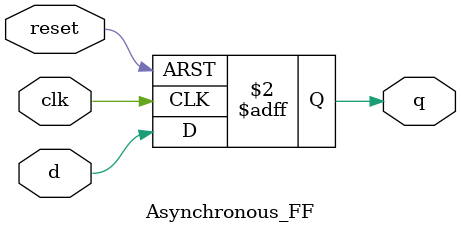
<source format=sv>
`timescale 1ns / 1ps


module Asynchronous_FF(
    input d,
    input clk,reset,
    output reg q
);
always_ff@(posedge clk or posedge reset)begin
    if(reset)begin
        q <= 0;
    end
    else begin 
        q <= d;
    end
end
endmodule

</source>
